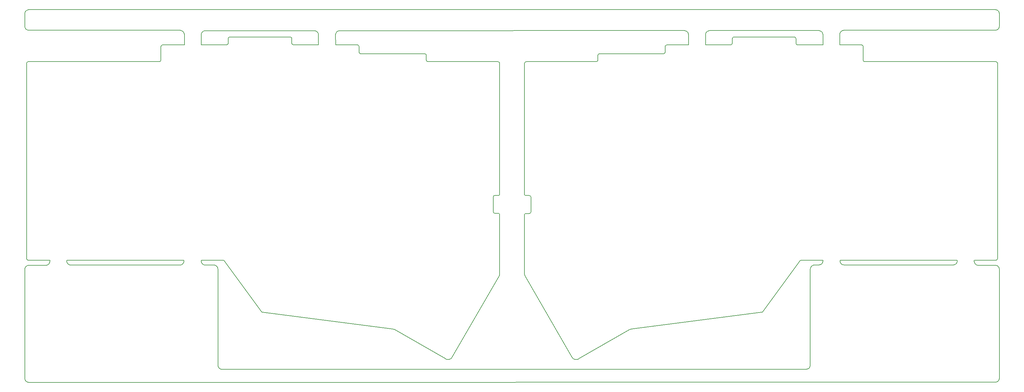
<source format=gm1>
G04 #@! TF.GenerationSoftware,KiCad,Pcbnew,(6.0.9-0)*
G04 #@! TF.CreationDate,2022-12-17T09:40:31-06:00*
G04 #@! TF.ProjectId,cho-corne-ice,63686f2d-636f-4726-9e65-2d6963652e6b,v0.2*
G04 #@! TF.SameCoordinates,Original*
G04 #@! TF.FileFunction,Profile,NP*
%FSLAX46Y46*%
G04 Gerber Fmt 4.6, Leading zero omitted, Abs format (unit mm)*
G04 Created by KiCad (PCBNEW (6.0.9-0)) date 2022-12-17 09:40:31*
%MOMM*%
%LPD*%
G01*
G04 APERTURE LIST*
G04 #@! TA.AperFunction,Profile*
%ADD10C,0.200000*%
G04 #@! TD*
%ADD11C,0.200000*%
G04 APERTURE END LIST*
D10*
X17807500Y-83020309D02*
X17812500Y-83250000D01*
X17812500Y-83250000D02*
X17812300Y-83252000D01*
X17812300Y-83252000D02*
X17812300Y-83252000D01*
X17812300Y-83252000D02*
X17789600Y-83483000D01*
X17789600Y-83483000D02*
X17789600Y-83483000D01*
X17789600Y-83483000D02*
X17789600Y-83483000D01*
X17789600Y-83483000D02*
X17789600Y-83484000D01*
X17789600Y-83484000D02*
X17788600Y-83488000D01*
X17788600Y-83488000D02*
X17787700Y-83493000D01*
X17787700Y-83493000D02*
X17720800Y-83714000D01*
X17720800Y-83714000D02*
X17720600Y-83715000D01*
X17720600Y-83715000D02*
X17718800Y-83719000D01*
X17718800Y-83719000D02*
X17717000Y-83724000D01*
X17717000Y-83724000D02*
X17608200Y-83928000D01*
X17608200Y-83928000D02*
X17607900Y-83929000D01*
X17607900Y-83929000D02*
X17605400Y-83932000D01*
X17605400Y-83932000D02*
X17602800Y-83936000D01*
X17602800Y-83936000D02*
X17456400Y-84116000D01*
X17456400Y-84116000D02*
X17456400Y-84116000D01*
X17456400Y-84116000D02*
X17456400Y-84116000D01*
X17456400Y-84116000D02*
X17455900Y-84116000D01*
X17455900Y-84116000D02*
X17452700Y-84120000D01*
X17452700Y-84120000D02*
X17449500Y-84123000D01*
X17449500Y-84123000D02*
X17270900Y-84271000D01*
X17270900Y-84271000D02*
X17270400Y-84271000D01*
X17270400Y-84271000D02*
X17266600Y-84273000D01*
X17266600Y-84273000D02*
X17262800Y-84276000D01*
X17262800Y-84276000D02*
X17059000Y-84386000D01*
X17059000Y-84386000D02*
X17059000Y-84386000D01*
X17059000Y-84386000D02*
X17059000Y-84386000D01*
X17059000Y-84386000D02*
X17058300Y-84387000D01*
X17058300Y-84387000D02*
X17054200Y-84388000D01*
X17054200Y-84388000D02*
X17050000Y-84390000D01*
X17050000Y-84390000D02*
X16828600Y-84459000D01*
X16828600Y-84459000D02*
X16827900Y-84459000D01*
X16827900Y-84459000D02*
X16823500Y-84460000D01*
X16823500Y-84460000D02*
X16819000Y-84460000D01*
X16819000Y-84460000D02*
X16588500Y-84485000D01*
X16588500Y-84485000D02*
X16587800Y-84485000D01*
X16587800Y-84485000D02*
X16585600Y-84485000D01*
X16585600Y-84485000D02*
X16583500Y-84485000D01*
X16583500Y-84485000D02*
X16577500Y-84485000D01*
X16577500Y-84485000D02*
X16577400Y-84485000D01*
X16577400Y-84485000D02*
X11825200Y-84485000D01*
X11825200Y-84485000D02*
X11819400Y-84485000D01*
X11819400Y-84485000D02*
X11596300Y-84508000D01*
X11596300Y-84508000D02*
X11384300Y-84574000D01*
X11384300Y-84574000D02*
X11189100Y-84680000D01*
X11189100Y-84680000D02*
X11018000Y-84821000D01*
X11018000Y-84821000D02*
X10877800Y-84993000D01*
X10877800Y-84993000D02*
X10773600Y-85189000D01*
X10773600Y-85189000D02*
X10709400Y-85402000D01*
X10709400Y-85402000D02*
X10687500Y-85625000D01*
X10687500Y-116497000D02*
X10687500Y-116503000D01*
X10687500Y-116503000D02*
X10711000Y-116726000D01*
X10711000Y-116726000D02*
X10776600Y-116938000D01*
X10776600Y-116938000D02*
X10882200Y-117133000D01*
X10882200Y-117133000D02*
X11023600Y-117304000D01*
X11023600Y-117304000D02*
X11195700Y-117445000D01*
X11195700Y-117445000D02*
X11391600Y-117549000D01*
X11391600Y-117549000D02*
X11604100Y-117613000D01*
X11604100Y-117613000D02*
X11827400Y-117635000D01*
X11827400Y-117635000D02*
X285057500Y-117626000D01*
X285055500Y-12038500D02*
X11825200Y-12047500D01*
X11825200Y-12047500D02*
X11819400Y-12047500D01*
X11819400Y-12047500D02*
X11596300Y-12071000D01*
X11596300Y-12071000D02*
X11384300Y-12136600D01*
X11384300Y-12136600D02*
X11189100Y-12242200D01*
X11189100Y-12242200D02*
X11018000Y-12383700D01*
X11018000Y-12383700D02*
X10877800Y-12555700D01*
X10877800Y-12555700D02*
X10773600Y-12751600D01*
X10773600Y-12751600D02*
X10709400Y-12964100D01*
X10709400Y-12964100D02*
X10687500Y-13187500D01*
X10687500Y-13187500D02*
X10687500Y-16747300D01*
X10687500Y-16747300D02*
X10687500Y-16753100D01*
X10687500Y-16753100D02*
X10711000Y-16976200D01*
X10711000Y-16976200D02*
X10776600Y-17188200D01*
X10776600Y-17188200D02*
X10882200Y-17383500D01*
X10882200Y-17383500D02*
X11023600Y-17554500D01*
X11023600Y-17554500D02*
X11195700Y-17694800D01*
X11195700Y-17694800D02*
X11391600Y-17799000D01*
X11391600Y-17799000D02*
X11604100Y-17863100D01*
X11604100Y-17863100D02*
X11827400Y-17885000D01*
X11827400Y-17885000D02*
X54577400Y-17885000D01*
X54577400Y-17885000D02*
X54579900Y-17885300D01*
X54579900Y-17885300D02*
X54579900Y-17885300D01*
X54579900Y-17885300D02*
X54810500Y-17907900D01*
X54810500Y-17907900D02*
X54810500Y-17907900D01*
X54810500Y-17907900D02*
X54810500Y-17907900D01*
X54810500Y-17907900D02*
X54811200Y-17907900D01*
X54811200Y-17907900D02*
X54815600Y-17908900D01*
X54815600Y-17908900D02*
X54820100Y-17909800D01*
X54820100Y-17909800D02*
X55042000Y-17976800D01*
X55042000Y-17976800D02*
X55042600Y-17977000D01*
X55042600Y-17977000D02*
X55046800Y-17978700D01*
X55046800Y-17978700D02*
X55051000Y-17980500D01*
X55051000Y-17980500D02*
X55255600Y-18089300D01*
X55255600Y-18089300D02*
X55255600Y-18089300D01*
X55255600Y-18089300D02*
X55255600Y-18089300D01*
X55255600Y-18089300D02*
X55256200Y-18089600D01*
X55256200Y-18089600D02*
X55260000Y-18092200D01*
X55260000Y-18092200D02*
X55263800Y-18094700D01*
X55263800Y-18094700D02*
X55443400Y-18241200D01*
X55443400Y-18241200D02*
X55443900Y-18241600D01*
X55443900Y-18241600D02*
X55447000Y-18244800D01*
X55447000Y-18244800D02*
X55450300Y-18248000D01*
X55450300Y-18248000D02*
X55598000Y-18426600D01*
X55598000Y-18426600D02*
X55598400Y-18427100D01*
X55598400Y-18427100D02*
X55600900Y-18430900D01*
X55600900Y-18430900D02*
X55603500Y-18434700D01*
X55603500Y-18434700D02*
X55713700Y-18638600D01*
X55713700Y-18638600D02*
X55713700Y-18638600D01*
X55713700Y-18638600D02*
X55713700Y-18638600D01*
X55713700Y-18638600D02*
X55714000Y-18639200D01*
X55714000Y-18639200D02*
X55715700Y-18643400D01*
X55715700Y-18643400D02*
X55717500Y-18647600D01*
X55717500Y-18647600D02*
X55786000Y-18869000D01*
X55786000Y-18869000D02*
X55786200Y-18869600D01*
X55786200Y-18869600D02*
X55787100Y-18874100D01*
X55787100Y-18874100D02*
X55788000Y-18878500D01*
X55788000Y-18878500D02*
X55812200Y-19109000D01*
X55812200Y-19109000D02*
X55812300Y-19109700D01*
X55812300Y-19109700D02*
X55812200Y-19111900D01*
X55812200Y-19111900D02*
X55812500Y-19114100D01*
X55812500Y-19114100D02*
X55812500Y-19120000D01*
X55812500Y-19120000D02*
X55812500Y-19120100D01*
X55812500Y-19120100D02*
X55817500Y-22020252D01*
X60557500Y-83021073D02*
X60562500Y-83247000D01*
X60562500Y-83247000D02*
X60562500Y-83253000D01*
X60562500Y-83253000D02*
X60586000Y-83476000D01*
X60586000Y-83476000D02*
X60651600Y-83688000D01*
X60651600Y-83688000D02*
X60757200Y-83883000D01*
X60757200Y-83883000D02*
X60898600Y-84054000D01*
X60898600Y-84054000D02*
X61070700Y-84195000D01*
X61070700Y-84195000D02*
X61266600Y-84299000D01*
X61266600Y-84299000D02*
X61479100Y-84363000D01*
X61479100Y-84363000D02*
X61702400Y-84385000D01*
X61702400Y-84385000D02*
X64077400Y-84385000D01*
X64077400Y-84385000D02*
X64079900Y-84385000D01*
X64079900Y-84385000D02*
X64079900Y-84385000D01*
X64079900Y-84385000D02*
X64310500Y-84408000D01*
X64310500Y-84408000D02*
X64310500Y-84408000D01*
X64310500Y-84408000D02*
X64310500Y-84408000D01*
X64310500Y-84408000D02*
X64311200Y-84408000D01*
X64311200Y-84408000D02*
X64315600Y-84409000D01*
X64315600Y-84409000D02*
X64320100Y-84410000D01*
X64320100Y-84410000D02*
X64542000Y-84477000D01*
X64542000Y-84477000D02*
X64542599Y-84477000D01*
X64542599Y-84477000D02*
X64546800Y-84479000D01*
X64546800Y-84479000D02*
X64551000Y-84480000D01*
X64551000Y-84480000D02*
X64755600Y-84589000D01*
X64755600Y-84589000D02*
X64755600Y-84589000D01*
X64755600Y-84589000D02*
X64755600Y-84589000D01*
X64755600Y-84589000D02*
X64756199Y-84590000D01*
X64756199Y-84590000D02*
X64759999Y-84592000D01*
X64759999Y-84592000D02*
X64763800Y-84595000D01*
X64763800Y-84595000D02*
X64943400Y-84741000D01*
X64943400Y-84741000D02*
X64943900Y-84742000D01*
X64943900Y-84742000D02*
X64947000Y-84745000D01*
X64947000Y-84745000D02*
X64950300Y-84748000D01*
X64950300Y-84748000D02*
X65098000Y-84927000D01*
X65098000Y-84927000D02*
X65098400Y-84927000D01*
X65098400Y-84927000D02*
X65100900Y-84931000D01*
X65100900Y-84931000D02*
X65103500Y-84935000D01*
X65103500Y-84935000D02*
X65213700Y-85139000D01*
X65213700Y-85139000D02*
X65213700Y-85139000D01*
X65213700Y-85139000D02*
X65213700Y-85139000D01*
X65213700Y-85139000D02*
X65214000Y-85139000D01*
X65214000Y-85139000D02*
X65215700Y-85143000D01*
X65215700Y-85143000D02*
X65217500Y-85148000D01*
X65217500Y-85148000D02*
X65286000Y-85369000D01*
X65286000Y-85369000D02*
X65286200Y-85370000D01*
X65286200Y-85370000D02*
X65287100Y-85374000D01*
X65287100Y-85374000D02*
X65288000Y-85379000D01*
X65288000Y-85379000D02*
X65312200Y-85609000D01*
X65312200Y-85609000D02*
X65312300Y-85610000D01*
X65312300Y-85610000D02*
X65312200Y-85612000D01*
X65312200Y-85612000D02*
X65312500Y-85614000D01*
X65312500Y-85614000D02*
X65312500Y-85620000D01*
X65312500Y-85620000D02*
X65312500Y-85620000D01*
X65312500Y-85620000D02*
X65312500Y-112797000D01*
X65312500Y-112797000D02*
X65312500Y-112803000D01*
X65312500Y-112803000D02*
X65336000Y-113026000D01*
X65336000Y-113026000D02*
X65401600Y-113238000D01*
X65401600Y-113238000D02*
X65507200Y-113433000D01*
X65507200Y-113433000D02*
X65648600Y-113604000D01*
X65648600Y-113604000D02*
X65820700Y-113745000D01*
X65820700Y-113745000D02*
X66016600Y-113849000D01*
X66016600Y-113849000D02*
X66229100Y-113913000D01*
X66229100Y-113913000D02*
X66452400Y-113935000D01*
X66454500Y-113934000D02*
X231619500Y-113926000D01*
X197180500Y-17976000D02*
X99700500Y-17985000D01*
X99700500Y-17985000D02*
X99694500Y-17985000D01*
X99694500Y-17985000D02*
X99471500Y-18008500D01*
X99471500Y-18008500D02*
X99259500Y-18074100D01*
X99259500Y-18074100D02*
X99064500Y-18179700D01*
X99064500Y-18179700D02*
X98893500Y-18321200D01*
X98893500Y-18321200D02*
X98752500Y-18493200D01*
X98752500Y-18493200D02*
X98648500Y-18689100D01*
X98648500Y-18689100D02*
X98584500Y-18901600D01*
X98584500Y-18901600D02*
X98562500Y-19125000D01*
X98562500Y-19125000D02*
X98567500Y-22018729D01*
X22567500Y-83020309D02*
X22562500Y-83247000D01*
X22562500Y-83247000D02*
X22562500Y-83253000D01*
X22562500Y-83253000D02*
X22586000Y-83476000D01*
X22586000Y-83476000D02*
X22651600Y-83688000D01*
X22651600Y-83688000D02*
X22757200Y-83883000D01*
X22757200Y-83883000D02*
X22898600Y-84054000D01*
X22898600Y-84054000D02*
X23070700Y-84195000D01*
X23070700Y-84195000D02*
X23266600Y-84299000D01*
X23266600Y-84299000D02*
X23479100Y-84363000D01*
X23479100Y-84363000D02*
X23702400Y-84385000D01*
X23702400Y-84385000D02*
X54574800Y-84385000D01*
X54574800Y-84385000D02*
X54580600Y-84385000D01*
X54580600Y-84385000D02*
X54803700Y-84362000D01*
X54803700Y-84362000D02*
X55015700Y-84296000D01*
X55015700Y-84296000D02*
X55210900Y-84190000D01*
X55210900Y-84190000D02*
X55382000Y-84049000D01*
X55382000Y-84049000D02*
X55522200Y-83877000D01*
X55522200Y-83877000D02*
X55626400Y-83681000D01*
X55626400Y-83681000D02*
X55690600Y-83468000D01*
X55690600Y-83468000D02*
X55712500Y-83245000D01*
X55712500Y-83245000D02*
X55717500Y-83020309D01*
X93727500Y-22020252D02*
X93712500Y-19122700D01*
X93712500Y-19122700D02*
X93712500Y-19116900D01*
X93712500Y-19116900D02*
X93689000Y-18893800D01*
X93689000Y-18893800D02*
X93623400Y-18681800D01*
X93623400Y-18681800D02*
X93517800Y-18486600D01*
X93517800Y-18486600D02*
X93376300Y-18315600D01*
X93376300Y-18315600D02*
X93204300Y-18175300D01*
X93204300Y-18175300D02*
X93008400Y-18071100D01*
X93008400Y-18071100D02*
X92795900Y-18006900D01*
X92795900Y-18006900D02*
X92572600Y-17985000D01*
X92572600Y-17985000D02*
X61700200Y-17985000D01*
X61700200Y-17985000D02*
X61694400Y-17985000D01*
X61694400Y-17985000D02*
X61471300Y-18008500D01*
X61471300Y-18008500D02*
X61259300Y-18074100D01*
X61259300Y-18074100D02*
X61064100Y-18179700D01*
X61064100Y-18179700D02*
X60893000Y-18321200D01*
X60893000Y-18321200D02*
X60752800Y-18493200D01*
X60752800Y-18493200D02*
X60648600Y-18689100D01*
X60648600Y-18689100D02*
X60584400Y-18901600D01*
X60584400Y-18901600D02*
X60562500Y-19125000D01*
X60562500Y-19125000D02*
X60577500Y-22018729D01*
X10687500Y-85625000D02*
X10687500Y-116497000D01*
X236317500Y-22026729D02*
X236319500Y-19113700D01*
X236319500Y-19113700D02*
X236319500Y-19107900D01*
X236319500Y-19107900D02*
X236296500Y-18884800D01*
X236296500Y-18884800D02*
X236230500Y-18672800D01*
X236230500Y-18672800D02*
X236125500Y-18477600D01*
X236125500Y-18477600D02*
X235983500Y-18306600D01*
X235983500Y-18306600D02*
X235811500Y-18166300D01*
X235811500Y-18166300D02*
X235615500Y-18062100D01*
X235615500Y-18062100D02*
X235403500Y-17997900D01*
X235403500Y-17997900D02*
X235180500Y-17976000D01*
X235180500Y-17976000D02*
X204307500Y-17976000D01*
X204307500Y-17976000D02*
X204301500Y-17976000D01*
X204301500Y-17976000D02*
X204078500Y-17999500D01*
X204078500Y-17999500D02*
X203866500Y-18065100D01*
X203866500Y-18065100D02*
X203671500Y-18170700D01*
X203671500Y-18170700D02*
X203500500Y-18312200D01*
X203500500Y-18312200D02*
X203360500Y-18484200D01*
X203360500Y-18484200D02*
X203256500Y-18680100D01*
X203256500Y-18680100D02*
X203191500Y-18892600D01*
X203191500Y-18892600D02*
X203170500Y-19116000D01*
X203170500Y-19116000D02*
X203167500Y-22028252D01*
X280302500Y-84476000D02*
X280071500Y-84453000D01*
X285864500Y-117290000D02*
X286004500Y-117118000D01*
X197811500Y-18166300D02*
X197615500Y-18062100D01*
X197983500Y-18306600D02*
X197811500Y-18166300D01*
X286194500Y-85608000D02*
X286195500Y-116486000D01*
X198327500Y-22026729D02*
X198319500Y-19113700D01*
X198319500Y-19113700D02*
X198319500Y-19107900D01*
X198319500Y-19107900D02*
X198296500Y-18884800D01*
X198296500Y-18884800D02*
X198230500Y-18672800D01*
X198230500Y-18672800D02*
X198125500Y-18477600D01*
X198125500Y-18477600D02*
X197983500Y-18306600D01*
X197615500Y-18062100D02*
X197403500Y-17997900D01*
X197403500Y-17997900D02*
X197180500Y-17976000D01*
X241177500Y-83027309D02*
X241170500Y-83238000D01*
X241170500Y-83238000D02*
X241170500Y-83244000D01*
X241170500Y-83244000D02*
X241193500Y-83467000D01*
X241193500Y-83467000D02*
X241259500Y-83679000D01*
X241259500Y-83679000D02*
X241364500Y-83874000D01*
X241364500Y-83874000D02*
X241506500Y-84045000D01*
X241506500Y-84045000D02*
X241678500Y-84186000D01*
X241678500Y-84186000D02*
X241874500Y-84290000D01*
X241874500Y-84290000D02*
X242086500Y-84354000D01*
X242086500Y-84354000D02*
X242309500Y-84376000D01*
X242309500Y-84376000D02*
X273182500Y-84376000D01*
X273182500Y-84376000D02*
X273188500Y-84376000D01*
X273188500Y-84376000D02*
X273411500Y-84353000D01*
X273411500Y-84353000D02*
X273623500Y-84287000D01*
X273623500Y-84287000D02*
X273818500Y-84181000D01*
X273818500Y-84181000D02*
X273989500Y-84040000D01*
X273989500Y-84040000D02*
X274129500Y-83868000D01*
X274129500Y-83868000D02*
X274233500Y-83672000D01*
X274233500Y-83672000D02*
X274298500Y-83459000D01*
X274298500Y-83459000D02*
X274319500Y-83236000D01*
X274319500Y-83236000D02*
X274327500Y-83027309D01*
X231619500Y-113926000D02*
X231625500Y-113926000D01*
X231625500Y-113926000D02*
X231848500Y-113903000D01*
X231848500Y-113903000D02*
X232060500Y-113837000D01*
X232060500Y-113837000D02*
X232255500Y-113731000D01*
X232255500Y-113731000D02*
X232426500Y-113590000D01*
X232426500Y-113590000D02*
X232567500Y-113418000D01*
X232567500Y-113418000D02*
X232671500Y-113222000D01*
X232671500Y-113222000D02*
X232735500Y-113009000D01*
X232735500Y-113009000D02*
X232757500Y-112786000D01*
X232757500Y-112786000D02*
X232757500Y-85611000D01*
X232757500Y-85611000D02*
X232757500Y-85609000D01*
X232757500Y-85609000D02*
X232757500Y-85609000D01*
X232757500Y-85609000D02*
X232780500Y-85378000D01*
X232780500Y-85378000D02*
X232780500Y-85378000D01*
X232780500Y-85378000D02*
X232780500Y-85378000D01*
X232780500Y-85378000D02*
X232780500Y-85377000D01*
X232780500Y-85377000D02*
X232781500Y-85373000D01*
X232781500Y-85373000D02*
X232782500Y-85368000D01*
X232782500Y-85368000D02*
X232849500Y-85147000D01*
X232849500Y-85147000D02*
X232849500Y-85146000D01*
X232849500Y-85146000D02*
X232851500Y-85142000D01*
X232851500Y-85142000D02*
X232852500Y-85138000D01*
X232852500Y-85138000D02*
X232961500Y-84933000D01*
X232961500Y-84933000D02*
X232961500Y-84933000D01*
X232961500Y-84933000D02*
X232961500Y-84933000D01*
X232961500Y-84933000D02*
X232962500Y-84932000D01*
X232962500Y-84932000D02*
X232964500Y-84929000D01*
X232964500Y-84929000D02*
X232967500Y-84925000D01*
X232967500Y-84925000D02*
X233113500Y-84745000D01*
X233113500Y-84745000D02*
X233114500Y-84745000D01*
X233114500Y-84745000D02*
X233117500Y-84741000D01*
X233117500Y-84741000D02*
X233120500Y-84738000D01*
X233120500Y-84738000D02*
X233299500Y-84591000D01*
X233299500Y-84591000D02*
X233299500Y-84590000D01*
X233299500Y-84590000D02*
X233303500Y-84588000D01*
X233303500Y-84588000D02*
X233307500Y-84585000D01*
X233307500Y-84585000D02*
X233511500Y-84475000D01*
X233511500Y-84475000D02*
X233511500Y-84475000D01*
X233511500Y-84475000D02*
X233511500Y-84475000D01*
X233511500Y-84475000D02*
X233511500Y-84474000D01*
X233511500Y-84474000D02*
X233515500Y-84473000D01*
X233515500Y-84473000D02*
X233520500Y-84471000D01*
X233520500Y-84471000D02*
X233741500Y-84403000D01*
X233741500Y-84403000D02*
X233741500Y-84403000D01*
X233741500Y-84403000D02*
X233742500Y-84402000D01*
X233742500Y-84402000D02*
X233746500Y-84401000D01*
X233746500Y-84401000D02*
X233750500Y-84401000D01*
X233750500Y-84401000D02*
X233981500Y-84376000D01*
X233981500Y-84376000D02*
X233982500Y-84376000D01*
X233982500Y-84376000D02*
X233984500Y-84376000D01*
X233984500Y-84376000D02*
X233986500Y-84376000D01*
X233986500Y-84376000D02*
X233992500Y-84376000D01*
X233992500Y-84376000D02*
X233992500Y-84376000D01*
X233992500Y-84376000D02*
X235182500Y-84376000D01*
X235182500Y-84376000D02*
X235188500Y-84376000D01*
X235188500Y-84376000D02*
X235411500Y-84353000D01*
X235411500Y-84353000D02*
X235623500Y-84287000D01*
X235623500Y-84287000D02*
X235818500Y-84181000D01*
X235818500Y-84181000D02*
X235989500Y-84040000D01*
X235989500Y-84040000D02*
X236129500Y-83868000D01*
X236129500Y-83868000D02*
X236233500Y-83672000D01*
X236233500Y-83672000D02*
X236298500Y-83459000D01*
X236298500Y-83459000D02*
X236320500Y-83236000D01*
X236320500Y-83236000D02*
X236327500Y-83028073D01*
X241092500Y-18877300D02*
X241093500Y-18872900D01*
X241093500Y-18872900D02*
X241094500Y-18868400D01*
X241094500Y-18868400D02*
X241161500Y-18646500D01*
X241161500Y-18646500D02*
X241161500Y-18645900D01*
X241161500Y-18645900D02*
X241163500Y-18641700D01*
X241163500Y-18641700D02*
X241165500Y-18637500D01*
X241165500Y-18637500D02*
X241274500Y-18432900D01*
X241274500Y-18432900D02*
X241274500Y-18432900D01*
X241274500Y-18432900D02*
X241274500Y-18432900D01*
X241274500Y-18432900D02*
X241274500Y-18432300D01*
X241274500Y-18432300D02*
X241277500Y-18428500D01*
X241277500Y-18428500D02*
X241279500Y-18424800D01*
X241279500Y-18424800D02*
X241426500Y-18245200D01*
X241426500Y-18245200D02*
X241426500Y-18244600D01*
X241426500Y-18244600D02*
X241429500Y-18241500D01*
X241429500Y-18241500D02*
X241433500Y-18238200D01*
X241433500Y-18238200D02*
X241611500Y-18090500D01*
X241611500Y-18090500D02*
X241612500Y-18090100D01*
X241612500Y-18090100D02*
X241615500Y-18087600D01*
X241615500Y-18087600D02*
X241619500Y-18085100D01*
X241619500Y-18085100D02*
X241823500Y-17974800D01*
X241823500Y-17974800D02*
X241823500Y-17974800D01*
X241823500Y-17974800D02*
X241823500Y-17974800D01*
X241823500Y-17974800D02*
X241824500Y-17974500D01*
X241824500Y-17974500D02*
X241828500Y-17972800D01*
X241828500Y-17972800D02*
X241832500Y-17971000D01*
X241832500Y-17971000D02*
X242053500Y-17902500D01*
X242053500Y-17902500D02*
X242053500Y-17902500D01*
X242053500Y-17902500D02*
X242054500Y-17902300D01*
X242054500Y-17902300D02*
X242059500Y-17901500D01*
X242059500Y-17901500D02*
X242063500Y-17900500D01*
X242063500Y-17900500D02*
X242293500Y-17876300D01*
X242293500Y-17876300D02*
X242294500Y-17876300D01*
X242294500Y-17876300D02*
X242296500Y-17876300D01*
X242296500Y-17876300D02*
X242299500Y-17876000D01*
X242299500Y-17876000D02*
X242304500Y-17876000D01*
X242304500Y-17876000D02*
X242305500Y-17876000D01*
X242305500Y-17876000D02*
X285057500Y-17876000D01*
X285057500Y-17876000D02*
X285063500Y-17876000D01*
X285063500Y-17876000D02*
X285286500Y-17852600D01*
X285286500Y-17852600D02*
X285498500Y-17786900D01*
X285498500Y-17786900D02*
X285693500Y-17681400D01*
X285693500Y-17681400D02*
X285864500Y-17539900D01*
X285864500Y-17539900D02*
X286004500Y-17367900D01*
X286004500Y-17367900D02*
X286108500Y-17171900D01*
X286108500Y-17171900D02*
X286173500Y-16959400D01*
X286173500Y-16959400D02*
X286195500Y-16736100D01*
X286195500Y-16736100D02*
X286194500Y-13176200D01*
X286194500Y-13176200D02*
X286194500Y-13170400D01*
X286194500Y-13170400D02*
X286171500Y-12947300D01*
X286171500Y-12947300D02*
X286105500Y-12735300D01*
X286105500Y-12735300D02*
X286000500Y-12540100D01*
X286000500Y-12540100D02*
X285858500Y-12369100D01*
X285858500Y-12369100D02*
X285686500Y-12228800D01*
X285686500Y-12228800D02*
X285490500Y-12124600D01*
X285490500Y-12124600D02*
X285278500Y-12060400D01*
X285278500Y-12060400D02*
X285055500Y-12038500D01*
X241077500Y-22028252D02*
X241069500Y-19111100D01*
X241069500Y-19111100D02*
X241070500Y-19108600D01*
X241070500Y-19108600D02*
X241092500Y-18878000D01*
X241092500Y-18878000D02*
X241092500Y-18878000D01*
X241092500Y-18878000D02*
X241092500Y-18878000D01*
X241092500Y-18878000D02*
X241092500Y-18877300D01*
X279070500Y-83251000D02*
X279070500Y-83249000D01*
X279070500Y-83249000D02*
X279070500Y-83247000D01*
X279070500Y-83247000D02*
X279070500Y-83241000D01*
X279070500Y-83241000D02*
X279069500Y-83241000D01*
X279069500Y-83241000D02*
X279077500Y-83028073D01*
X279165500Y-83713000D02*
X279096500Y-83492000D01*
X279096500Y-83492000D02*
X279096500Y-83491000D01*
X279096500Y-83491000D02*
X279095500Y-83487000D01*
X279095500Y-83487000D02*
X279094500Y-83483000D01*
X279094500Y-83483000D02*
X279070500Y-83252000D01*
X279070500Y-83252000D02*
X279070500Y-83251000D01*
X285057500Y-117626000D02*
X285063500Y-117626000D01*
X285063500Y-117626000D02*
X285286500Y-117603000D01*
X285286500Y-117603000D02*
X285498500Y-117537000D01*
X285498500Y-117537000D02*
X285693500Y-117431000D01*
X285693500Y-117431000D02*
X285864500Y-117290000D01*
X286004500Y-117118000D02*
X286108500Y-116922000D01*
X286108500Y-116922000D02*
X286173500Y-116709000D01*
X286173500Y-116709000D02*
X286195500Y-116486000D01*
X286194500Y-85608000D02*
X286171500Y-85385000D01*
X286171500Y-85385000D02*
X286105500Y-85173000D01*
X286105500Y-85173000D02*
X286000500Y-84978000D01*
X286000500Y-84978000D02*
X285858500Y-84807000D01*
X285858500Y-84807000D02*
X285686500Y-84666000D01*
X285686500Y-84666000D02*
X285490500Y-84562000D01*
X285490500Y-84562000D02*
X285278500Y-84498000D01*
X285278500Y-84498000D02*
X285055500Y-84476000D01*
X285055500Y-84476000D02*
X280305500Y-84476000D01*
X280305500Y-84476000D02*
X280302500Y-84476000D01*
X280302500Y-84476000D02*
X280302500Y-84476000D01*
X280071500Y-84453000D02*
X280071500Y-84453000D01*
X280071500Y-84453000D02*
X280071500Y-84453000D01*
X280071500Y-84453000D02*
X280071500Y-84453000D01*
X280071500Y-84453000D02*
X280066500Y-84452000D01*
X280066500Y-84452000D02*
X280062500Y-84451000D01*
X280062500Y-84451000D02*
X279840500Y-84384000D01*
X279840500Y-84384000D02*
X279839500Y-84384000D01*
X279839500Y-84384000D02*
X279835500Y-84382000D01*
X279835500Y-84382000D02*
X279831500Y-84381000D01*
X279831500Y-84381000D02*
X279626500Y-84272000D01*
X279626500Y-84272000D02*
X279626500Y-84272000D01*
X279626500Y-84272000D02*
X279626500Y-84271000D01*
X279626500Y-84271000D02*
X279622500Y-84269000D01*
X279622500Y-84269000D02*
X279618500Y-84266000D01*
X279618500Y-84266000D02*
X279439500Y-84120000D01*
X279439500Y-84120000D02*
X279439500Y-84120000D01*
X279439500Y-84120000D02*
X279439500Y-84120000D01*
X279439500Y-84120000D02*
X279438500Y-84119000D01*
X279438500Y-84119000D02*
X279435500Y-84116000D01*
X279435500Y-84116000D02*
X279432500Y-84113000D01*
X279432500Y-84113000D02*
X279284500Y-83934000D01*
X279284500Y-83934000D02*
X279284500Y-83934000D01*
X279284500Y-83934000D02*
X279281500Y-83930000D01*
X279281500Y-83930000D02*
X279279500Y-83926000D01*
X279279500Y-83926000D02*
X279168500Y-83722000D01*
X279168500Y-83722000D02*
X279168500Y-83722000D01*
X279168500Y-83722000D02*
X279168500Y-83722000D01*
X279168500Y-83722000D02*
X279168500Y-83722000D01*
X279168500Y-83722000D02*
X279166500Y-83718000D01*
X279166500Y-83718000D02*
X279165500Y-83713000D01*
D11*
X181629500Y-102678000D02*
X181831194Y-102623772D01*
X182035714Y-102581995D01*
X182242483Y-102552784D01*
X182284056Y-102548460D01*
X152181791Y-87625717D02*
X152092308Y-87446848D01*
X152016826Y-87232231D01*
X151970652Y-87009589D01*
X151954558Y-86781896D01*
X151954700Y-86753228D01*
D10*
X191706177Y-24025707D02*
X191706177Y-22527109D01*
X173204835Y-24526087D02*
X191205797Y-24526087D01*
D11*
X151954700Y-27278174D02*
X152004025Y-27061480D01*
X152136643Y-26892482D01*
X152329668Y-26794061D01*
X152454583Y-26778301D01*
D10*
X151955216Y-27276904D02*
X151955216Y-64500000D01*
X241177500Y-83027309D02*
X274327500Y-83027309D01*
X285704628Y-27278174D02*
X285706404Y-82526930D01*
X248205881Y-26776525D02*
X285204501Y-26778301D01*
X211205737Y-19776292D02*
X228205940Y-19776292D01*
X210705358Y-21526350D02*
X210705358Y-20276671D01*
X192206556Y-22026729D02*
X198327500Y-22026729D01*
X181629500Y-102678000D02*
X167335417Y-110939084D01*
X172706995Y-25026466D02*
X172704713Y-26278179D01*
D11*
X172704713Y-25028242D02*
X172753965Y-24811463D01*
X172886565Y-24642379D01*
X173079623Y-24543895D01*
X173204577Y-24528121D01*
D10*
X247705501Y-22527109D02*
X247705501Y-26276145D01*
X229206699Y-22026729D02*
X236317500Y-22026729D01*
X228706320Y-20276671D02*
X228706320Y-21526350D01*
X152455595Y-26776525D02*
X172204592Y-26778301D01*
D11*
X285704628Y-82528200D02*
X285655268Y-82744959D01*
X285522578Y-82913978D01*
X285329467Y-83012363D01*
X285204506Y-83028073D01*
X285204506Y-83028073D02*
X285204501Y-83028073D01*
X285204501Y-26778301D02*
X285421283Y-26827550D01*
X285590371Y-26960154D01*
X285688854Y-27153216D01*
X285704628Y-27278169D01*
X285704628Y-27278169D02*
X285704628Y-27278174D01*
X248204611Y-26778301D02*
X247987827Y-26729049D01*
X247818742Y-26596443D01*
X247720261Y-26403380D01*
X247704489Y-26278427D01*
X247704489Y-26278427D02*
X247704489Y-26278179D01*
X247204616Y-22028252D02*
X247421308Y-22077580D01*
X247590305Y-22210193D01*
X247688727Y-22403212D01*
X247704489Y-22528126D01*
X229204665Y-22028252D02*
X228987881Y-21979001D01*
X228818796Y-21846395D01*
X228720316Y-21653331D01*
X228704544Y-21528379D01*
X228704544Y-21528379D02*
X228704544Y-21528126D01*
X228204670Y-19778068D02*
X228421429Y-19827427D01*
X228590449Y-19960116D01*
X228688834Y-20153228D01*
X228704544Y-20278189D01*
X228704544Y-20278189D02*
X228704544Y-20278194D01*
X210704594Y-20278194D02*
X210753843Y-20061411D01*
X210886448Y-19892324D01*
X211079512Y-19793840D01*
X211204467Y-19778068D01*
X211204467Y-19778068D02*
X211204467Y-19778068D01*
X210704594Y-21528126D02*
X210655343Y-21744908D01*
X210522738Y-21913995D01*
X210329674Y-22012479D01*
X210204720Y-22028252D01*
X210204720Y-22028252D02*
X210204472Y-22028252D01*
X191704649Y-22528126D02*
X191753976Y-22311433D01*
X191886589Y-22142436D01*
X192079608Y-22044014D01*
X192204522Y-22028252D01*
X191704649Y-24028247D02*
X191655289Y-24245004D01*
X191522601Y-24414024D01*
X191329489Y-24512410D01*
X191204527Y-24528121D01*
D10*
X165407300Y-110559612D02*
X152181276Y-87627245D01*
D11*
X165410396Y-110564226D02*
X165407300Y-110559612D01*
X167335417Y-110939084D02*
X167151360Y-111043872D01*
X166958612Y-111117871D01*
X166760437Y-111161717D01*
X166560101Y-111176047D01*
X166295270Y-111150338D01*
X166040143Y-111074794D01*
X165859822Y-110986338D01*
X165692581Y-110871334D01*
X165541683Y-110730418D01*
X165410396Y-110564226D01*
D10*
X218954506Y-97778087D02*
X182284056Y-102548460D01*
D11*
X219308071Y-97631789D02*
X219134516Y-97744619D01*
X218954506Y-97778087D01*
D10*
X229851095Y-83174629D02*
X219308071Y-97631789D01*
D11*
X172704713Y-26278179D02*
X172655456Y-26494960D01*
X172522849Y-26664046D01*
X172329784Y-26762528D01*
X172204830Y-26778301D01*
X172204830Y-26778301D02*
X172204592Y-26778301D01*
D10*
X66690339Y-83020073D02*
X60557500Y-83021073D01*
X11690499Y-83020073D02*
X17807500Y-83020309D01*
X49690384Y-22020252D02*
X55817500Y-22020252D01*
X86690528Y-22020252D02*
X93727500Y-22020252D01*
D11*
X124690170Y-26770301D02*
X124690408Y-26770301D01*
X124190287Y-26270179D02*
X124239543Y-26486960D01*
X124372150Y-26656046D01*
X124565215Y-26754528D01*
X124690170Y-26770301D01*
D10*
X67043905Y-83166629D02*
X77586929Y-97623789D01*
X77940494Y-97770087D02*
X114610944Y-102540460D01*
D11*
X129559583Y-110931084D02*
X129743639Y-111035872D01*
X129936387Y-111109871D01*
X130134562Y-111153717D01*
X130334898Y-111168047D01*
X130599729Y-111142338D01*
X130854856Y-111066794D01*
X131035177Y-110978338D01*
X131202418Y-110863334D01*
X131353316Y-110722418D01*
X131484604Y-110556226D01*
X131484604Y-110556226D02*
X131487700Y-110551612D01*
D10*
X131487700Y-110551612D02*
X144713724Y-87619245D01*
D11*
X105190351Y-24020247D02*
X105239710Y-24237004D01*
X105372398Y-24406024D01*
X105565510Y-24504410D01*
X105690473Y-24520121D01*
X105190351Y-22520126D02*
X105141023Y-22303433D01*
X105008410Y-22134436D01*
X104815391Y-22036014D01*
X104690478Y-22020252D01*
X86690280Y-22020252D02*
X86690528Y-22020252D01*
X86190406Y-21520126D02*
X86239656Y-21736908D01*
X86372261Y-21905995D01*
X86565325Y-22004479D01*
X86690280Y-22020252D01*
X85690533Y-19770068D02*
X85690533Y-19770068D01*
X86190406Y-20270194D02*
X86141156Y-20053411D01*
X86008551Y-19884324D01*
X85815487Y-19785840D01*
X85690533Y-19770068D01*
X68190456Y-20270189D02*
X68190456Y-20270194D01*
X68690330Y-19770068D02*
X68473570Y-19819427D01*
X68304550Y-19952116D01*
X68206165Y-20145228D01*
X68190456Y-20270189D01*
X68190456Y-21520379D02*
X68190456Y-21520126D01*
X67690335Y-22020252D02*
X67907118Y-21971001D01*
X68076203Y-21838395D01*
X68174683Y-21645331D01*
X68190456Y-21520379D01*
X49690384Y-22020252D02*
X49473691Y-22069580D01*
X49304694Y-22202193D01*
X49206272Y-22395212D01*
X49190511Y-22520126D01*
X49190511Y-26270427D02*
X49190511Y-26270179D01*
X48690389Y-26770301D02*
X48907172Y-26721049D01*
X49076257Y-26588443D01*
X49174738Y-26395380D01*
X49190511Y-26270427D01*
X11190372Y-27270169D02*
X11190372Y-27270174D01*
X11690499Y-26770301D02*
X11473716Y-26819550D01*
X11304628Y-26952154D01*
X11206145Y-27145216D01*
X11190372Y-27270169D01*
X11690494Y-83020073D02*
X11690499Y-83020073D01*
X11190372Y-82520200D02*
X11239731Y-82736959D01*
X11372421Y-82905978D01*
X11565532Y-83004363D01*
X11690494Y-83020073D01*
D10*
X144439405Y-26768525D02*
X124690408Y-26770301D01*
X68190456Y-20270194D02*
X68188680Y-21518350D01*
X67688301Y-22018729D02*
X60577500Y-22018729D01*
X49189499Y-22519109D02*
X49189499Y-26268145D01*
D11*
X124190287Y-25020242D02*
X124141034Y-24803463D01*
X124008434Y-24634379D01*
X123815376Y-24535895D01*
X123690423Y-24520121D01*
D10*
X124188005Y-25018466D02*
X124190287Y-26270179D01*
X115265500Y-102670000D02*
X129559583Y-110931084D01*
X104688444Y-22018729D02*
X98567500Y-22018729D01*
X86189642Y-21518350D02*
X86189642Y-20268671D01*
X85689263Y-19768292D02*
X68689060Y-19768292D01*
X48689119Y-26768525D02*
X11690499Y-26770301D01*
X11190372Y-27270174D02*
X11188596Y-82518930D01*
X55717500Y-83020309D02*
X22567500Y-83020309D01*
X144939784Y-27268904D02*
X144939784Y-64500000D01*
D11*
X144940300Y-27270174D02*
X144890974Y-27053480D01*
X144758356Y-26884482D01*
X144565331Y-26786061D01*
X144440417Y-26770301D01*
D10*
X123690165Y-24518087D02*
X105689203Y-24518087D01*
X105188823Y-24017707D02*
X105188823Y-22519109D01*
D11*
X144713209Y-87617717D02*
X144802691Y-87438848D01*
X144878173Y-87224231D01*
X144924347Y-87001589D01*
X144940441Y-86773896D01*
X144940300Y-86745228D01*
X229851095Y-83174629D02*
X230024624Y-83061650D01*
X230204661Y-83028073D01*
X77586929Y-97623789D02*
X77760483Y-97736619D01*
X77940494Y-97770087D01*
X67043905Y-83166629D02*
X66870375Y-83053650D01*
X66690339Y-83020073D01*
X115265500Y-102670000D02*
X115063805Y-102615772D01*
X114859285Y-102573995D01*
X114652516Y-102544784D01*
X114610944Y-102540460D01*
D10*
X144939500Y-69955000D02*
G75*
G03*
X144737500Y-69755000I-201000J-1000D01*
G01*
X143607500Y-69755000D02*
X144737500Y-69755000D01*
X153807500Y-65205000D02*
X153807500Y-69305000D01*
X144923101Y-63975600D02*
G75*
G03*
X144923101Y-63975600I-1J0D01*
G01*
X230204661Y-83028073D02*
X236327500Y-83028073D01*
X143107500Y-65155000D02*
X143107500Y-69255000D01*
X143107500Y-69255000D02*
G75*
G03*
X143607500Y-69755000I500000J0D01*
G01*
X285204501Y-83028073D02*
X279077500Y-83028073D01*
X152157500Y-69805000D02*
X153307500Y-69805000D01*
X144939500Y-69955000D02*
X144940300Y-86745228D01*
X143607500Y-64655000D02*
X144737500Y-64655000D01*
X144737500Y-64655000D02*
G75*
G03*
X144937500Y-64455000I0J200000D01*
G01*
X152157500Y-69805000D02*
G75*
G03*
X151957500Y-70005000I0J-200000D01*
G01*
X151957500Y-70005000D02*
X151954700Y-86753228D01*
X153307500Y-69805000D02*
G75*
G03*
X153807500Y-69305000I0J500000D01*
G01*
X210204472Y-22028252D02*
X203167500Y-22028252D01*
X143607500Y-64655000D02*
G75*
G03*
X143107500Y-65155000I0J-500000D01*
G01*
X151957500Y-64505000D02*
G75*
G03*
X152157500Y-64705000I200000J0D01*
G01*
X152157500Y-64705000D02*
X153307500Y-64705000D01*
X247204616Y-22028252D02*
X241077500Y-22028252D01*
X153807500Y-65205000D02*
G75*
G03*
X153307500Y-64705000I-500000J0D01*
G01*
M02*

</source>
